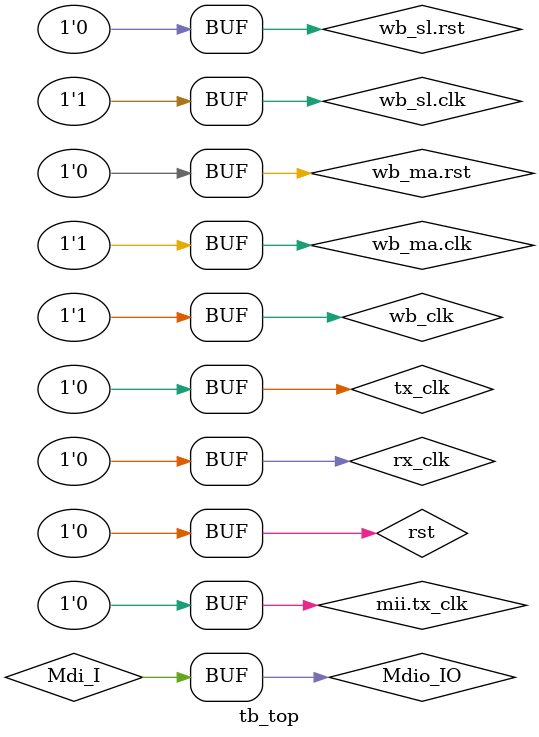
<source format=sv>


`include "timescale.v"

`include "wb_if.sv"
`include "mii_if.sv"

module tb_top;

// Clock and reset drivers
bit tx_clk = 0;
bit rx_clk = 0;
bit wb_clk;
bit rst = 0;


//
// Wishbone Signals
//
wb_if wb_sl();   // Slave interface on DUT
wb_if wb_ma();   // Master interface on DUT
wire wb_int;

assign wb_ma.clk = wb_clk;
assign wb_sl.clk = wb_clk;
assign wb_ma.rst = rst;
assign wb_sl.rst = rst;
assign wb_ma.adr[63:32] = 32'h0000_0000;

//
// MII Signals
//
mii_if mii();

assign mii.tx_clk = tx_clk;

wire          Mdi_I;
wire          Mdo_O;
wire          Mdo_OE;
tri           Mdio_IO;
wire          Mdc_O;

//
// DUT
//
eth_top dut (// WISHBONE common
             .wb_clk_i(wb_sl.clk),
             .wb_rst_i(wb_sl.rst), 
             .int_o   (wb_int),

             // WISHBONE slave
             .wb_adr_i(wb_sl.adr[11:2]),
             .wb_sel_i(wb_sl.sel[3:0]),
             .wb_we_i (wb_sl.we), 
             .wb_cyc_i(wb_sl.cyc),
             .wb_stb_i(wb_sl.stb),
             .wb_ack_o(wb_sl.ack), 
             .wb_err_o(wb_sl.err),
             .wb_dat_i(wb_sl.wdat[31:0]),
             .wb_dat_o(wb_sl.rdat[31:0]), 
 	
             // WISHBONE master
             .m_wb_adr_o(wb_ma.adr[31:0]),
             .m_wb_sel_o(wb_ma.sel[3:0]),
             .m_wb_we_o (wb_ma.we), 
             .m_wb_dat_i(wb_ma.rdat[31:0]),
             .m_wb_dat_o(wb_ma.wdat[31:0]),
             .m_wb_cyc_o(wb_ma.cyc), 
             .m_wb_stb_o(wb_ma.stb),
             .m_wb_ack_i(wb_ma.ack),
             .m_wb_err_i(wb_ma.err), 

`ifdef ETH_WISHBONE_B3
             .m_wb_cti_o(wb_ma.cti),
             .m_wb_bte_o(wb_ma.bte),
`endif

             // MII TX
             .mtx_clk_pad_i(mii.tx_clk),
             .mtxd_pad_o   (mii.txd),
             .mtxen_pad_o  (mii.tx_en),
             .mtxerr_pad_o (mii.tx_err),

             // MII RX
             .mrx_clk_pad_i(mii.rx_clk),
             .mrxd_pad_i   (mii.rxd),
             .mrxdv_pad_i  (mii.rx_dv),
             .mrxerr_pad_i (mii.rx_err), 
             .mcoll_pad_i  (mii.col),
             .mcrs_pad_i   (mii.crs), 
  
             // MII Management
             .mdc_pad_o (Mdc_O),
             .md_pad_i  (Mdi_I),
             .md_pad_o  (Mdo_O),
             .md_padoe_o(Mdo_OE)
  
             // Bist
`ifdef ETH_BIST
             ,
             .mbist_si_i   (1'b0),
             .mbist_so_o   (),
             .mbist_ctrl_i (3'b001) // {enable, clock, reset}
`endif
);


//
// Tristated busses
//
assign Mdio_IO = Mdo_OE ? Mdo_O : 1'bz ;
assign Mdi_I   = Mdio_IO;


//
// Clock generators
//
always
begin
  #15; wb_clk = 0;
  #15; wb_clk = 1;
end
endmodule: tb_top

</source>
